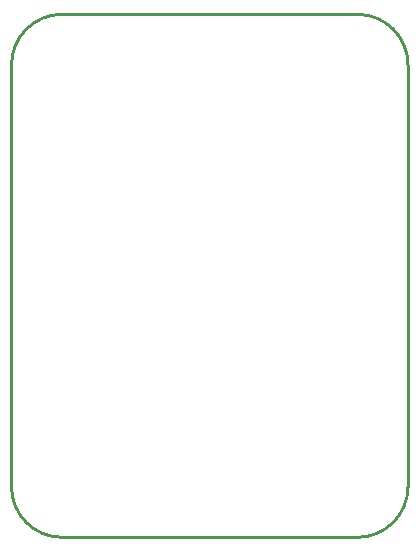
<source format=gm1>
G04*
G04 #@! TF.GenerationSoftware,Altium Limited,Altium Designer,19.1.6 (110)*
G04*
G04 Layer_Color=16711935*
%FSLAX43Y43*%
%MOMM*%
G71*
G01*
G75*
%ADD48C,0.254*%
D48*
X99000Y49000D02*
G03*
X103285Y53285I0J4285D01*
G01*
X69715D02*
G03*
X74000Y49000I4285J0D01*
G01*
X103285Y89000D02*
G03*
X99000Y93285I-4285J0D01*
G01*
X74000D02*
G03*
X69715Y89000I0J-4285D01*
G01*
X74000Y93285D02*
X99000D01*
X103285Y53285D02*
X103285Y89000D01*
X74000Y49000D02*
X99000D01*
X69715Y53285D02*
X69715Y89000D01*
M02*

</source>
